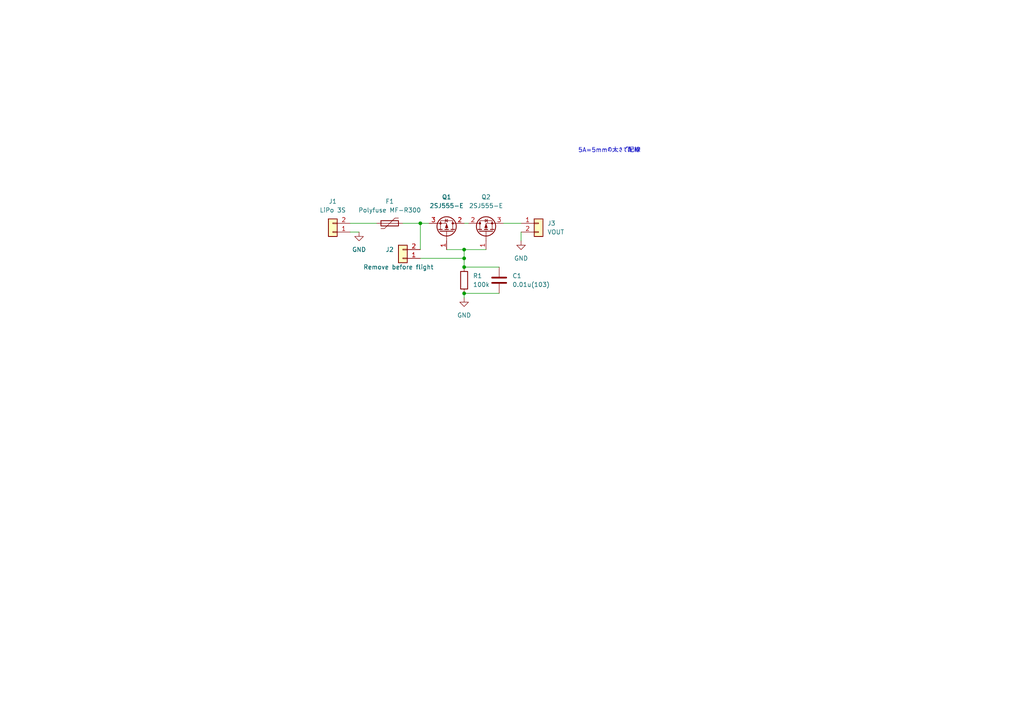
<source format=kicad_sch>
(kicad_sch (version 20211123) (generator eeschema)
  (paper "A4")
  (lib_symbols
    (symbol "Connector_Generic:Conn_01x02" (pin_names (offset 1.016) hide)
      (property "Reference" "J" (at 0 2.54 0))
      (property "Value" "Conn_01x02" (at 0 -5.08 0))
      (symbol "Conn_01x02_1_1"
        (rectangle (start -1.27 -2.413) (end 0 -2.667) (stroke (width 0.1524)))
        (rectangle (start -1.27 0.127) (end 0 -0.127) (stroke (width 0.1524)))
        (rectangle (start -1.27 1.27) (end 1.27 -3.81) (stroke (width 0.254)) (fill (type background)))
        (pin passive line (at -5.08 0 0) (length 3.81) (name "Pin_1") (number "1"))
        (pin passive line (at -5.08 -2.54 0) (length 3.81) (name "Pin_2") (number "2"))
      )
    )
    (symbol "Device:C" (pin_numbers hide) (pin_names (offset 0.254))
      (property "Reference" "C" (at 0.635 2.54 0))
      (property "Value" "C" (at 0.635 -2.54 0))
      (symbol "C_0_1"
        (polyline (pts (xy -2.032 -0.762) (xy 2.032 -0.762)) (stroke (width 0.508)))
        (polyline (pts (xy -2.032 0.762) (xy 2.032 0.762)) (stroke (width 0.508)))
      )
      (symbol "C_1_1"
        (pin passive line (at 0 3.81 270) (length 2.794) (name "~") (number "1"))
        (pin passive line (at 0 -3.81 90) (length 2.794) (name "~") (number "2"))
      )
    )
    (symbol "Device:Polyfuse" (pin_numbers hide) (pin_names (offset 0))
      (property "Reference" "F" (at -2.54 0 90))
      (property "Value" "Polyfuse" (at 2.54 0 90))
      (symbol "Polyfuse_0_1"
        (rectangle (start -0.762 2.54) (end 0.762 -2.54) (stroke (width 0.254)))
        (polyline (pts (xy 0 2.54) (xy 0 -2.54)))
        (polyline (pts (xy -1.524 2.54) (xy -1.524 1.524) (xy 1.524 -1.524) (xy 1.524 -2.54)))
      )
      (symbol "Polyfuse_1_1"
        (pin passive line (at 0 3.81 270) (length 1.27) (name "~") (number "1"))
        (pin passive line (at 0 -3.81 90) (length 1.27) (name "~") (number "2"))
      )
    )
    (symbol "Device:Q_PMOS_GDS" (pin_names (offset 0) hide)
      (property "Reference" "Q" (at 5.08 1.27 0))
      (property "Value" "Q_PMOS_GDS" (at 5.08 -1.27 0))
      (symbol "Q_PMOS_GDS_0_1"
        (polyline (pts (xy 0.254 0) (xy -2.54 0)))
        (polyline (pts (xy 0.254 1.905) (xy 0.254 -1.905)) (stroke (width 0.254)))
        (polyline (pts (xy 0.762 -1.27) (xy 0.762 -2.286)) (stroke (width 0.254)))
        (polyline (pts (xy 0.762 0.508) (xy 0.762 -0.508)) (stroke (width 0.254)))
        (polyline (pts (xy 0.762 2.286) (xy 0.762 1.27)) (stroke (width 0.254)))
        (polyline (pts (xy 2.54 2.54) (xy 2.54 1.778)))
        (polyline (pts (xy 2.54 -2.54) (xy 2.54 0) (xy 0.762 0)))
        (polyline (pts (xy 0.762 1.778) (xy 3.302 1.778) (xy 3.302 -1.778) (xy 0.762 -1.778)))
        (polyline (pts (xy 2.286 0) (xy 1.27 0.381) (xy 1.27 -0.381) (xy 2.286 0)) (fill (type outline)))
        (polyline (pts (xy 2.794 -0.508) (xy 2.921 -0.381) (xy 3.683 -0.381) (xy 3.81 -0.254)))
        (polyline (pts (xy 3.302 -0.381) (xy 2.921 0.254) (xy 3.683 0.254) (xy 3.302 -0.381)))
        (circle (center 1.651 0) (radius 2.794) (stroke (width 0.254)))
        (circle (center 2.54 -1.778) (radius 0.254) (fill (type outline)))
        (circle (center 2.54 1.778) (radius 0.254) (fill (type outline)))
      )
      (symbol "Q_PMOS_GDS_1_1"
        (pin input line (at -5.08 0 0) (length 2.54) (name "G") (number "1"))
        (pin passive line (at 2.54 5.08 270) (length 2.54) (name "D") (number "2"))
        (pin passive line (at 2.54 -5.08 90) (length 2.54) (name "S") (number "3"))
      )
    )
    (symbol "Device:R" (pin_numbers hide) (pin_names (offset 0))
      (property "Reference" "R" (at 2.032 0 90))
      (property "Value" "R" (at 0 0 90))
      (symbol "R_0_1"
        (rectangle (start -1.016 -2.54) (end 1.016 2.54) (stroke (width 0.254)))
      )
      (symbol "R_1_1"
        (pin passive line (at 0 3.81 270) (length 1.27) (name "~") (number "1"))
        (pin passive line (at 0 -3.81 90) (length 1.27) (name "~") (number "2"))
      )
    )
    (symbol "power:GND" (power) (pin_names (offset 0))
      (property "Value" "GND" (at 0 -3.81 0))
      (symbol "GND_0_1"
        (polyline (pts (xy 0 0) (xy 0 -1.27) (xy 1.27 -1.27) (xy 0 -2.54) (xy -1.27 -1.27) (xy 0 -1.27)))
      )
      (symbol "GND_1_1"
        (pin power_in line (at 0 0 270) (length 0) hide (name "GND") (number "1"))
      )
    )
  )
  (junction (at 134.62 74.93))
  (junction (at 134.62 85.09))
  (junction (at 134.62 72.39))
  (junction (at 134.62 77.47))
  (junction (at 121.92 64.77))
  (wire (pts (xy 134.62 85.09) (xy 144.78 85.09)))
  (wire (pts (xy 121.92 74.93) (xy 134.62 74.93)))
  (wire (pts (xy 151.13 69.85) (xy 151.13 67.31)))
  (wire (pts (xy 129.54 72.39) (xy 134.62 72.39)))
  (wire (pts (xy 134.62 74.93) (xy 134.62 77.47)))
  (wire (pts (xy 121.92 64.77) (xy 121.92 72.39)))
  (wire (pts (xy 134.62 74.93) (xy 134.62 72.39)))
  (wire (pts (xy 146.05 64.77) (xy 151.13 64.77)))
  (wire (pts (xy 134.62 86.36) (xy 134.62 85.09)))
  (wire (pts (xy 104.14 67.31) (xy 101.6 67.31)))
  (wire (pts (xy 101.6 64.77) (xy 109.22 64.77)))
  (wire (pts (xy 134.62 64.77) (xy 135.89 64.77)))
  (wire (pts (xy 116.84 64.77) (xy 121.92 64.77)))
  (wire (pts (xy 134.62 72.39) (xy 140.97 72.39)))
  (wire (pts (xy 134.62 77.47) (xy 144.78 77.47)))
  (wire (pts (xy 121.92 64.77) (xy 124.46 64.77)))
  (text "5A=5mmの太さで配線\n" (at 167.64 44.45 0) (effects (font (size 1.27 1.27)) (justify left bottom)))
  (symbol (lib_id "Connector_Generic:Conn_01x02") (at 156.21 64.77 0) (unit 1)
    (property "Reference" "J3" (at 158.75 64.7699 0) (effects (justify left)))
    (property "Value" "VOUT" (at 158.75 67.3099 0) (effects (justify left)))
  )
  (symbol (lib_id "Device:Q_PMOS_GDS") (at 140.97 67.31 90) (unit 1)
    (property "Reference" "Q2" (at 140.97 57.15 90))
    (property "Value" "2SJ555-E" (at 140.97 59.69 90))
  )
  (symbol (lib_id "Device:R") (at 134.62 81.28 0) (unit 1)
    (property "Reference" "R1" (at 137.16 80.0099 0) (effects (justify left)))
    (property "Value" "100k" (at 137.16 82.5499 0) (effects (justify left)))
  )
  (symbol (lib_id "Device:C") (at 144.78 81.28 0) (unit 1)
    (property "Reference" "C1" (at 148.59 80.0099 0) (effects (justify left)))
    (property "Value" "0.01u(103)" (at 148.59 82.5499 0) (effects (justify left)))
  )
  (symbol (lib_id "Device:Q_PMOS_GDS") (at 129.54 67.31 270) (mirror x) (unit 1)
    (property "Reference" "Q1" (at 129.54 57.15 90))
    (property "Value" "2SJ555-E" (at 129.54 59.69 90))
  )
  (symbol (lib_id "Connector_Generic:Conn_01x02") (at 96.52 67.31 180) (unit 1)
    (property "Reference" "J1" (at 96.52 58.42 0))
    (property "Value" "LiPo 3S" (at 96.52 60.96 0))
  )
  (symbol (lib_id "Connector_Generic:Conn_01x02") (at 116.84 74.93 180) (unit 1)
    (property "Reference" "J2" (at 113.03 72.39 0))
    (property "Value" "Remove before flight" (at 115.57 77.47 0))
  )
  (symbol (lib_id "power:GND") (at 151.13 69.85 0) (unit 1)
    (property "Reference" "#PWR0102" (effects hide))
    (property "Value" "GND" (at 151.13 74.93 0))
  )
  (symbol (lib_id "power:GND") (at 134.62 86.36 0) (unit 1)
    (property "Reference" "#PWR0101" (effects hide))
    (property "Value" "GND" (at 134.62 91.44 0))
  )
  (symbol (lib_id "power:GND") (at 104.14 67.31 0) (unit 1)
    (property "Reference" "#PWR0103" (effects hide))
    (property "Value" "GND" (at 104.14 72.39 0))
  )
  (symbol (lib_id "Device:Polyfuse") (at 113.03 64.77 90) (unit 1)
    (property "Reference" "F1" (at 113.03 58.42 90))
    (property "Value" "Polyfuse MF-R300" (at 113.03 60.96 90))
  )
)
</source>
